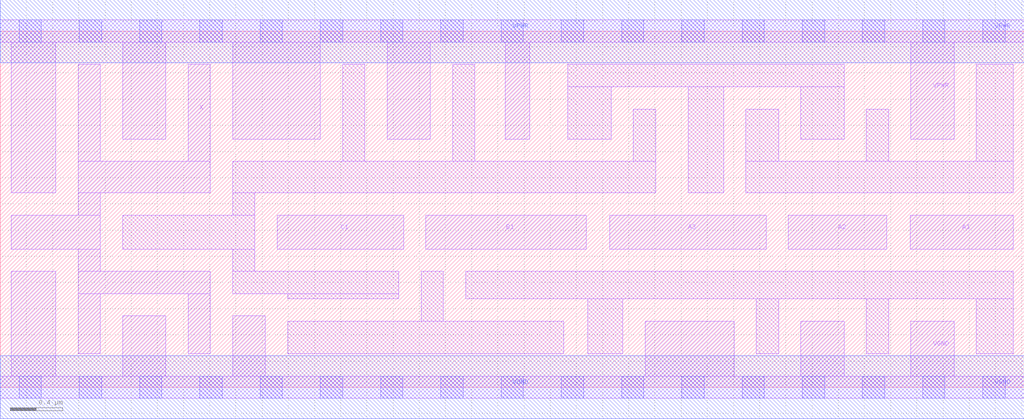
<source format=lef>
# Copyright 2020 The SkyWater PDK Authors
#
# Licensed under the Apache License, Version 2.0 (the "License");
# you may not use this file except in compliance with the License.
# You may obtain a copy of the License at
#
#     https://www.apache.org/licenses/LICENSE-2.0
#
# Unless required by applicable law or agreed to in writing, software
# distributed under the License is distributed on an "AS IS" BASIS,
# WITHOUT WARRANTIES OR CONDITIONS OF ANY KIND, either express or implied.
# See the License for the specific language governing permissions and
# limitations under the License.
#
# SPDX-License-Identifier: Apache-2.0

VERSION 5.7 ;
  NAMESCASESENSITIVE ON ;
  NOWIREEXTENSIONATPIN ON ;
  DIVIDERCHAR "/" ;
  BUSBITCHARS "[]" ;
UNITS
  DATABASE MICRONS 200 ;
END UNITS
MACRO sky130_fd_sc_hd__o311a_4
  CLASS CORE ;
  SOURCE USER ;
  FOREIGN sky130_fd_sc_hd__o311a_4 ;
  ORIGIN  0.000000  0.000000 ;
  SIZE  7.820000 BY  2.720000 ;
  SYMMETRY X Y R90 ;
  SITE unithd ;
  PIN A1
    ANTENNAGATEAREA  0.495000 ;
    DIRECTION INPUT ;
    USE SIGNAL ;
    PORT
      LAYER li1 ;
        RECT 6.950000 1.055000 7.735000 1.315000 ;
    END
  END A1
  PIN A2
    ANTENNAGATEAREA  0.495000 ;
    DIRECTION INPUT ;
    USE SIGNAL ;
    PORT
      LAYER li1 ;
        RECT 6.020000 1.055000 6.770000 1.315000 ;
    END
  END A2
  PIN A3
    ANTENNAGATEAREA  0.495000 ;
    DIRECTION INPUT ;
    USE SIGNAL ;
    PORT
      LAYER li1 ;
        RECT 4.655000 1.055000 5.850000 1.315000 ;
    END
  END A3
  PIN B1
    ANTENNAGATEAREA  0.495000 ;
    DIRECTION INPUT ;
    USE SIGNAL ;
    PORT
      LAYER li1 ;
        RECT 3.250000 1.055000 4.475000 1.315000 ;
    END
  END B1
  PIN C1
    ANTENNAGATEAREA  0.495000 ;
    DIRECTION INPUT ;
    USE SIGNAL ;
    PORT
      LAYER li1 ;
        RECT 2.115000 1.055000 3.080000 1.315000 ;
    END
  END C1
  PIN X
    ANTENNADIFFAREA  0.891000 ;
    DIRECTION OUTPUT ;
    USE SIGNAL ;
    PORT
      LAYER li1 ;
        RECT 0.085000 1.055000 0.765000 1.315000 ;
        RECT 0.595000 0.255000 0.765000 0.715000 ;
        RECT 0.595000 0.715000 1.605000 0.885000 ;
        RECT 0.595000 0.885000 0.765000 1.055000 ;
        RECT 0.595000 1.315000 0.765000 1.485000 ;
        RECT 0.595000 1.485000 1.605000 1.725000 ;
        RECT 0.595000 1.725000 0.765000 2.465000 ;
        RECT 1.435000 0.255000 1.605000 0.715000 ;
        RECT 1.435000 1.725000 1.605000 2.465000 ;
    END
  END X
  PIN VGND
    DIRECTION INOUT ;
    SHAPE ABUTMENT ;
    USE GROUND ;
    PORT
      LAYER li1 ;
        RECT 0.000000 -0.085000 7.820000 0.085000 ;
        RECT 0.085000  0.085000 0.425000 0.885000 ;
        RECT 0.935000  0.085000 1.265000 0.545000 ;
        RECT 1.775000  0.085000 2.025000 0.545000 ;
        RECT 4.925000  0.085000 5.605000 0.505000 ;
        RECT 6.115000  0.085000 6.445000 0.505000 ;
        RECT 6.955000  0.085000 7.285000 0.505000 ;
      LAYER mcon ;
        RECT 0.145000 -0.085000 0.315000 0.085000 ;
        RECT 0.605000 -0.085000 0.775000 0.085000 ;
        RECT 1.065000 -0.085000 1.235000 0.085000 ;
        RECT 1.525000 -0.085000 1.695000 0.085000 ;
        RECT 1.985000 -0.085000 2.155000 0.085000 ;
        RECT 2.445000 -0.085000 2.615000 0.085000 ;
        RECT 2.905000 -0.085000 3.075000 0.085000 ;
        RECT 3.365000 -0.085000 3.535000 0.085000 ;
        RECT 3.825000 -0.085000 3.995000 0.085000 ;
        RECT 4.285000 -0.085000 4.455000 0.085000 ;
        RECT 4.745000 -0.085000 4.915000 0.085000 ;
        RECT 5.205000 -0.085000 5.375000 0.085000 ;
        RECT 5.665000 -0.085000 5.835000 0.085000 ;
        RECT 6.125000 -0.085000 6.295000 0.085000 ;
        RECT 6.585000 -0.085000 6.755000 0.085000 ;
        RECT 7.045000 -0.085000 7.215000 0.085000 ;
        RECT 7.505000 -0.085000 7.675000 0.085000 ;
      LAYER met1 ;
        RECT 0.000000 -0.240000 7.820000 0.240000 ;
    END
  END VGND
  PIN VPWR
    DIRECTION INOUT ;
    SHAPE ABUTMENT ;
    USE POWER ;
    PORT
      LAYER li1 ;
        RECT 0.000000 2.635000 7.820000 2.805000 ;
        RECT 0.085000 1.485000 0.425000 2.635000 ;
        RECT 0.935000 1.895000 1.265000 2.635000 ;
        RECT 1.775000 1.895000 2.445000 2.635000 ;
        RECT 2.955000 1.895000 3.285000 2.635000 ;
        RECT 3.855000 1.895000 4.045000 2.635000 ;
        RECT 6.955000 1.895000 7.285000 2.635000 ;
      LAYER mcon ;
        RECT 0.145000 2.635000 0.315000 2.805000 ;
        RECT 0.605000 2.635000 0.775000 2.805000 ;
        RECT 1.065000 2.635000 1.235000 2.805000 ;
        RECT 1.525000 2.635000 1.695000 2.805000 ;
        RECT 1.985000 2.635000 2.155000 2.805000 ;
        RECT 2.445000 2.635000 2.615000 2.805000 ;
        RECT 2.905000 2.635000 3.075000 2.805000 ;
        RECT 3.365000 2.635000 3.535000 2.805000 ;
        RECT 3.825000 2.635000 3.995000 2.805000 ;
        RECT 4.285000 2.635000 4.455000 2.805000 ;
        RECT 4.745000 2.635000 4.915000 2.805000 ;
        RECT 5.205000 2.635000 5.375000 2.805000 ;
        RECT 5.665000 2.635000 5.835000 2.805000 ;
        RECT 6.125000 2.635000 6.295000 2.805000 ;
        RECT 6.585000 2.635000 6.755000 2.805000 ;
        RECT 7.045000 2.635000 7.215000 2.805000 ;
        RECT 7.505000 2.635000 7.675000 2.805000 ;
      LAYER met1 ;
        RECT 0.000000 2.480000 7.820000 2.960000 ;
    END
  END VPWR
  OBS
    LAYER li1 ;
      RECT 0.935000 1.055000 1.945000 1.315000 ;
      RECT 1.775000 0.715000 3.045000 0.885000 ;
      RECT 1.775000 0.885000 1.945000 1.055000 ;
      RECT 1.775000 1.315000 1.945000 1.485000 ;
      RECT 1.775000 1.485000 5.005000 1.725000 ;
      RECT 2.195000 0.255000 4.305000 0.505000 ;
      RECT 2.195000 0.675000 3.045000 0.715000 ;
      RECT 2.615000 1.725000 2.785000 2.465000 ;
      RECT 3.215000 0.505000 3.385000 0.885000 ;
      RECT 3.455000 1.725000 3.625000 2.465000 ;
      RECT 3.555000 0.675000 7.735000 0.885000 ;
      RECT 4.335000 1.895000 4.665000 2.295000 ;
      RECT 4.335000 2.295000 6.445000 2.465000 ;
      RECT 4.485000 0.255000 4.755000 0.675000 ;
      RECT 4.835000 1.725000 5.005000 2.125000 ;
      RECT 5.255000 1.485000 5.525000 2.295000 ;
      RECT 5.695000 1.485000 7.735000 1.725000 ;
      RECT 5.695000 1.725000 5.945000 2.125000 ;
      RECT 5.775000 0.255000 5.945000 0.675000 ;
      RECT 6.115000 1.895000 6.445000 2.295000 ;
      RECT 6.615000 0.255000 6.785000 0.675000 ;
      RECT 6.615000 1.725000 6.785000 2.125000 ;
      RECT 7.455000 0.255000 7.735000 0.675000 ;
      RECT 7.455000 1.725000 7.735000 2.465000 ;
  END
END sky130_fd_sc_hd__o311a_4

</source>
